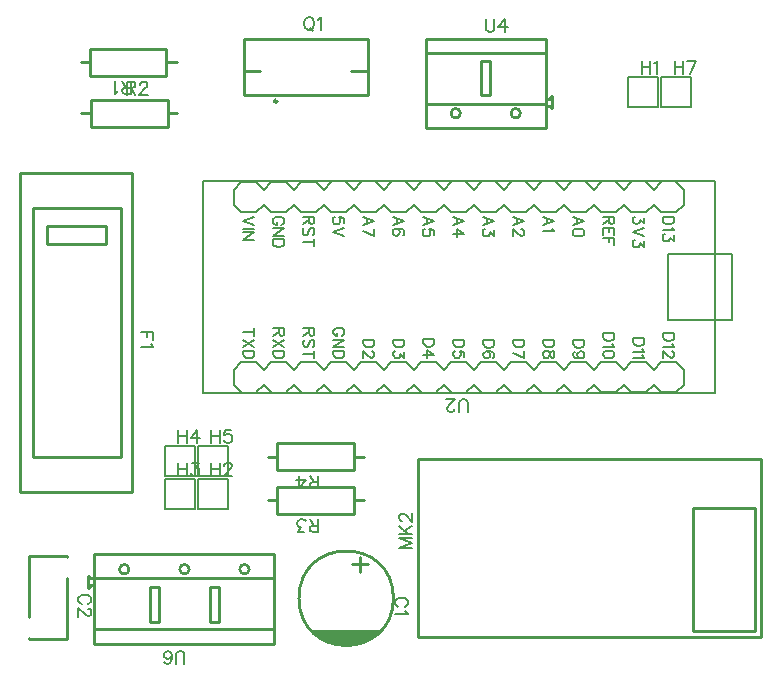
<source format=gto>
G04 Layer: TopSilkscreenLayer*
G04 EasyEDA v6.5.48, 2025-03-28 08:07:08*
G04 329a1df1ed9a4316b028ac477401dd29,d846faf264e3498a955800aa56c0118d,10*
G04 Gerber Generator version 0.2*
G04 Scale: 100 percent, Rotated: No, Reflected: No *
G04 Dimensions in millimeters *
G04 leading zeros omitted , absolute positions ,4 integer and 5 decimal *
%FSLAX45Y45*%
%MOMM*%

%ADD10C,0.1524*%
%ADD11C,0.1500*%
%ADD12C,0.2030*%
%ADD13C,0.2030*%
%ADD14C,0.2032*%
%ADD15C,0.2540*%
%ADD16C,0.1520*%
%ADD17C,0.0154*%

%LPD*%
D10*
X8699500Y3860800D02*
G01*
X8699500Y3751834D01*
X8772143Y3860800D02*
G01*
X8772143Y3751834D01*
X8699500Y3808984D02*
G01*
X8772143Y3808984D01*
X8806434Y3839971D02*
G01*
X8816847Y3845305D01*
X8832595Y3860800D01*
X8832595Y3751834D01*
X5054602Y458218D02*
G01*
X5054602Y349252D01*
X5127246Y458218D02*
G01*
X5127246Y349252D01*
X5054602Y406402D02*
G01*
X5127246Y406402D01*
X5166870Y432310D02*
G01*
X5166870Y437390D01*
X5171950Y447804D01*
X5177284Y453138D01*
X5187698Y458218D01*
X5208272Y458218D01*
X5218686Y453138D01*
X5224020Y447804D01*
X5229100Y437390D01*
X5229100Y426976D01*
X5224020Y416562D01*
X5213606Y401068D01*
X5161536Y349252D01*
X5234434Y349252D01*
X4775202Y458218D02*
G01*
X4775202Y349252D01*
X4847846Y458218D02*
G01*
X4847846Y349252D01*
X4775202Y406402D02*
G01*
X4847846Y406402D01*
X4892550Y458218D02*
G01*
X4949700Y458218D01*
X4918712Y416562D01*
X4934206Y416562D01*
X4944620Y411482D01*
X4949700Y406402D01*
X4955034Y390654D01*
X4955034Y380240D01*
X4949700Y364746D01*
X4939286Y354332D01*
X4923792Y349252D01*
X4908298Y349252D01*
X4892550Y354332D01*
X4887470Y359412D01*
X4882136Y369826D01*
X4775202Y737618D02*
G01*
X4775202Y628652D01*
X4847846Y737618D02*
G01*
X4847846Y628652D01*
X4775202Y685802D02*
G01*
X4847846Y685802D01*
X4934206Y737618D02*
G01*
X4882136Y664974D01*
X4960114Y664974D01*
X4934206Y737618D02*
G01*
X4934206Y628652D01*
X5054602Y737618D02*
G01*
X5054602Y628652D01*
X5127246Y737618D02*
G01*
X5127246Y628652D01*
X5054602Y685802D02*
G01*
X5127246Y685802D01*
X5224020Y737618D02*
G01*
X5171950Y737618D01*
X5166870Y690882D01*
X5171950Y695962D01*
X5187698Y701296D01*
X5203192Y701296D01*
X5218686Y695962D01*
X5229100Y685802D01*
X5234434Y670054D01*
X5234434Y659640D01*
X5229100Y644146D01*
X5218686Y633732D01*
X5203192Y628652D01*
X5187698Y628652D01*
X5171950Y633732D01*
X5166870Y638812D01*
X5161536Y649226D01*
X8978902Y3861818D02*
G01*
X8978902Y3752852D01*
X9051546Y3861818D02*
G01*
X9051546Y3752852D01*
X8978902Y3810002D02*
G01*
X9051546Y3810002D01*
X9158734Y3861818D02*
G01*
X9106664Y3752852D01*
X9085836Y3861818D02*
G01*
X9158734Y3861818D01*
X6644004Y-265176D02*
G01*
X6752970Y-265176D01*
X6644004Y-265176D02*
G01*
X6752970Y-223520D01*
X6644004Y-182118D02*
G01*
X6752970Y-223520D01*
X6644004Y-182118D02*
G01*
X6752970Y-182118D01*
X6644004Y-147828D02*
G01*
X6752970Y-147828D01*
X6644004Y-74929D02*
G01*
X6716649Y-147828D01*
X6690740Y-121665D02*
G01*
X6752970Y-74929D01*
X6669913Y-35560D02*
G01*
X6664833Y-35560D01*
X6654418Y-30226D01*
X6649084Y-25145D01*
X6644004Y-14731D01*
X6644004Y6095D01*
X6649084Y16510D01*
X6654418Y21589D01*
X6664833Y26923D01*
X6675247Y26923D01*
X6685661Y21589D01*
X6701154Y11176D01*
X6752970Y-40639D01*
X6752970Y32004D01*
X4373105Y3580384D02*
G01*
X4373105Y3689350D01*
X4373105Y3580384D02*
G01*
X4326369Y3580384D01*
X4310875Y3585463D01*
X4305541Y3590797D01*
X4300461Y3601212D01*
X4300461Y3611626D01*
X4305541Y3622039D01*
X4310875Y3627120D01*
X4326369Y3632200D01*
X4373105Y3632200D01*
X4336783Y3632200D02*
G01*
X4300461Y3689350D01*
X4266171Y3601212D02*
G01*
X4255757Y3595878D01*
X4240009Y3580384D01*
X4240009Y3689350D01*
X4339094Y3684015D02*
G01*
X4339094Y3575050D01*
X4339094Y3684015D02*
G01*
X4385830Y3684015D01*
X4401324Y3678936D01*
X4406658Y3673602D01*
X4411738Y3663187D01*
X4411738Y3652773D01*
X4406658Y3642360D01*
X4401324Y3637279D01*
X4385830Y3632200D01*
X4339094Y3632200D01*
X4375416Y3632200D02*
G01*
X4411738Y3575050D01*
X4451362Y3658107D02*
G01*
X4451362Y3663187D01*
X4456442Y3673602D01*
X4461776Y3678936D01*
X4472190Y3684015D01*
X4492764Y3684015D01*
X4503178Y3678936D01*
X4508512Y3673602D01*
X4513592Y3663187D01*
X4513592Y3652773D01*
X4508512Y3642360D01*
X4498098Y3626865D01*
X4446028Y3575050D01*
X4518926Y3575050D01*
X5960605Y-128015D02*
G01*
X5960605Y-19050D01*
X5960605Y-128015D02*
G01*
X5913869Y-128015D01*
X5898375Y-122936D01*
X5893041Y-117602D01*
X5887961Y-107187D01*
X5887961Y-96773D01*
X5893041Y-86360D01*
X5898375Y-81279D01*
X5913869Y-76200D01*
X5960605Y-76200D01*
X5924283Y-76200D02*
G01*
X5887961Y-19050D01*
X5843257Y-128015D02*
G01*
X5786107Y-128015D01*
X5817095Y-86360D01*
X5801601Y-86360D01*
X5791187Y-81279D01*
X5786107Y-76200D01*
X5780773Y-60452D01*
X5780773Y-50037D01*
X5786107Y-34544D01*
X5796521Y-24129D01*
X5812015Y-19050D01*
X5827509Y-19050D01*
X5843257Y-24129D01*
X5848337Y-29210D01*
X5853671Y-39623D01*
X5960605Y240284D02*
G01*
X5960605Y349250D01*
X5960605Y240284D02*
G01*
X5913869Y240284D01*
X5898375Y245363D01*
X5893041Y250697D01*
X5887961Y261112D01*
X5887961Y271526D01*
X5893041Y281939D01*
X5898375Y287020D01*
X5913869Y292100D01*
X5960605Y292100D01*
X5924283Y292100D02*
G01*
X5887961Y349250D01*
X5801601Y240284D02*
G01*
X5853671Y312928D01*
X5775693Y312928D01*
X5801601Y240284D02*
G01*
X5801601Y349250D01*
X7226300Y887984D02*
G01*
X7226300Y965962D01*
X7221220Y981455D01*
X7210806Y991870D01*
X7195058Y996950D01*
X7184643Y996950D01*
X7169150Y991870D01*
X7158736Y981455D01*
X7153656Y965962D01*
X7153656Y887984D01*
X7114031Y913892D02*
G01*
X7114031Y908812D01*
X7108952Y898397D01*
X7103618Y893063D01*
X7093204Y887984D01*
X7072629Y887984D01*
X7062215Y893063D01*
X7056881Y898397D01*
X7051802Y908812D01*
X7051802Y919226D01*
X7056881Y929639D01*
X7067295Y945134D01*
X7119365Y996950D01*
X7046468Y996950D01*
D11*
X8974137Y2542105D02*
G01*
X8878633Y2542105D01*
X8974137Y2542105D02*
G01*
X8974137Y2510355D01*
X8969565Y2496639D01*
X8960675Y2487495D01*
X8951531Y2482923D01*
X8937815Y2478351D01*
X8915209Y2478351D01*
X8901493Y2482923D01*
X8892349Y2487495D01*
X8883205Y2496639D01*
X8878633Y2510355D01*
X8878633Y2542105D01*
X8956103Y2448379D02*
G01*
X8960675Y2439489D01*
X8974137Y2425773D01*
X8878633Y2425773D01*
X8974137Y2386657D02*
G01*
X8974137Y2336619D01*
X8937815Y2363797D01*
X8937815Y2350335D01*
X8933243Y2341191D01*
X8928671Y2336619D01*
X8915209Y2332047D01*
X8906065Y2332047D01*
X8892349Y2336619D01*
X8883205Y2345763D01*
X8878633Y2359479D01*
X8878633Y2372941D01*
X8883205Y2386657D01*
X8887777Y2391229D01*
X8896921Y2395801D01*
X8720142Y2532966D02*
G01*
X8720142Y2482928D01*
X8683820Y2510360D01*
X8683820Y2496644D01*
X8679248Y2487500D01*
X8674676Y2482928D01*
X8661214Y2478356D01*
X8652070Y2478356D01*
X8638354Y2482928D01*
X8629210Y2492072D01*
X8624638Y2505788D01*
X8624638Y2519504D01*
X8629210Y2532966D01*
X8633782Y2537538D01*
X8642926Y2542110D01*
X8720142Y2448384D02*
G01*
X8624638Y2412062D01*
X8720142Y2375740D02*
G01*
X8624638Y2412062D01*
X8720142Y2336624D02*
G01*
X8720142Y2286586D01*
X8683820Y2314018D01*
X8683820Y2300302D01*
X8679248Y2291158D01*
X8674676Y2286586D01*
X8661214Y2282014D01*
X8652070Y2282014D01*
X8638354Y2286586D01*
X8629210Y2295730D01*
X8624638Y2309446D01*
X8624638Y2322908D01*
X8629210Y2336624D01*
X8633782Y2341196D01*
X8642926Y2345768D01*
X8466142Y2542110D02*
G01*
X8370638Y2542110D01*
X8466142Y2542110D02*
G01*
X8466142Y2501216D01*
X8461570Y2487500D01*
X8456998Y2482928D01*
X8448108Y2478356D01*
X8438964Y2478356D01*
X8429820Y2482928D01*
X8425248Y2487500D01*
X8420676Y2501216D01*
X8420676Y2542110D01*
X8420676Y2510360D02*
G01*
X8370638Y2478356D01*
X8466142Y2448384D02*
G01*
X8370638Y2448384D01*
X8466142Y2448384D02*
G01*
X8466142Y2389456D01*
X8420676Y2448384D02*
G01*
X8420676Y2412062D01*
X8370638Y2448384D02*
G01*
X8370638Y2389456D01*
X8466142Y2359484D02*
G01*
X8370638Y2359484D01*
X8466142Y2359484D02*
G01*
X8466142Y2300302D01*
X8420676Y2359484D02*
G01*
X8420676Y2322908D01*
X8212140Y2505786D02*
G01*
X8116636Y2542108D01*
X8212140Y2505786D02*
G01*
X8116636Y2469464D01*
X8148640Y2528392D02*
G01*
X8148640Y2482926D01*
X8212140Y2412060D02*
G01*
X8207568Y2425776D01*
X8194106Y2434920D01*
X8171246Y2439492D01*
X8157784Y2439492D01*
X8134924Y2434920D01*
X8121208Y2425776D01*
X8116636Y2412060D01*
X8116636Y2402916D01*
X8121208Y2389454D01*
X8134924Y2380310D01*
X8157784Y2375738D01*
X8171246Y2375738D01*
X8194106Y2380310D01*
X8207568Y2389454D01*
X8212140Y2402916D01*
X8212140Y2412060D01*
X7958142Y2505788D02*
G01*
X7862638Y2542110D01*
X7958142Y2505788D02*
G01*
X7862638Y2469466D01*
X7894642Y2528394D02*
G01*
X7894642Y2482928D01*
X7940108Y2439494D02*
G01*
X7944680Y2430350D01*
X7958142Y2416634D01*
X7862638Y2416634D01*
X7704140Y2505786D02*
G01*
X7608636Y2542108D01*
X7704140Y2505786D02*
G01*
X7608636Y2469464D01*
X7640640Y2528392D02*
G01*
X7640640Y2482926D01*
X7681534Y2434920D02*
G01*
X7686106Y2434920D01*
X7694996Y2430348D01*
X7699568Y2425776D01*
X7704140Y2416632D01*
X7704140Y2398598D01*
X7699568Y2389454D01*
X7694996Y2384882D01*
X7686106Y2380310D01*
X7676962Y2380310D01*
X7667818Y2384882D01*
X7654102Y2394026D01*
X7608636Y2439492D01*
X7608636Y2375738D01*
X7450140Y2505786D02*
G01*
X7354636Y2542108D01*
X7450140Y2505786D02*
G01*
X7354636Y2469464D01*
X7386640Y2528392D02*
G01*
X7386640Y2482926D01*
X7450140Y2430348D02*
G01*
X7450140Y2380310D01*
X7413818Y2407488D01*
X7413818Y2394026D01*
X7409246Y2384882D01*
X7404674Y2380310D01*
X7391212Y2375738D01*
X7382068Y2375738D01*
X7368352Y2380310D01*
X7359208Y2389454D01*
X7354636Y2402916D01*
X7354636Y2416632D01*
X7359208Y2430348D01*
X7363780Y2434920D01*
X7372924Y2439492D01*
X7196137Y2505783D02*
G01*
X7100633Y2542105D01*
X7196137Y2505783D02*
G01*
X7100633Y2469461D01*
X7132637Y2528389D02*
G01*
X7132637Y2482923D01*
X7196137Y2394023D02*
G01*
X7132637Y2439489D01*
X7132637Y2371163D01*
X7196137Y2394023D02*
G01*
X7100633Y2394023D01*
X6942140Y2505786D02*
G01*
X6846636Y2542108D01*
X6942140Y2505786D02*
G01*
X6846636Y2469464D01*
X6878640Y2528392D02*
G01*
X6878640Y2482926D01*
X6942140Y2384882D02*
G01*
X6942140Y2430348D01*
X6901246Y2434920D01*
X6905818Y2430348D01*
X6910390Y2416632D01*
X6910390Y2402916D01*
X6905818Y2389454D01*
X6896674Y2380310D01*
X6883212Y2375738D01*
X6874068Y2375738D01*
X6860352Y2380310D01*
X6851208Y2389454D01*
X6846636Y2402916D01*
X6846636Y2416632D01*
X6851208Y2430348D01*
X6855780Y2434920D01*
X6864924Y2439492D01*
X6688137Y2505783D02*
G01*
X6592633Y2542105D01*
X6688137Y2505783D02*
G01*
X6592633Y2469461D01*
X6624637Y2528389D02*
G01*
X6624637Y2482923D01*
X6674675Y2384879D02*
G01*
X6683565Y2389451D01*
X6688137Y2402913D01*
X6688137Y2412057D01*
X6683565Y2425773D01*
X6670103Y2434917D01*
X6647243Y2439489D01*
X6624637Y2439489D01*
X6606349Y2434917D01*
X6597205Y2425773D01*
X6592633Y2412057D01*
X6592633Y2407485D01*
X6597205Y2394023D01*
X6606349Y2384879D01*
X6620065Y2380307D01*
X6624637Y2380307D01*
X6638099Y2384879D01*
X6647243Y2394023D01*
X6651815Y2407485D01*
X6651815Y2412057D01*
X6647243Y2425773D01*
X6638099Y2434917D01*
X6624637Y2439489D01*
X6434140Y2505786D02*
G01*
X6338636Y2542108D01*
X6434140Y2505786D02*
G01*
X6338636Y2469464D01*
X6370640Y2528392D02*
G01*
X6370640Y2482926D01*
X6434140Y2375738D02*
G01*
X6338636Y2421204D01*
X6434140Y2439492D02*
G01*
X6434140Y2375738D01*
X6180140Y2487498D02*
G01*
X6180140Y2532964D01*
X6139246Y2537536D01*
X6143818Y2532964D01*
X6148390Y2519502D01*
X6148390Y2505786D01*
X6143818Y2492070D01*
X6134674Y2482926D01*
X6121212Y2478354D01*
X6112068Y2478354D01*
X6098352Y2482926D01*
X6089208Y2492070D01*
X6084636Y2505786D01*
X6084636Y2519502D01*
X6089208Y2532964D01*
X6093780Y2537536D01*
X6102924Y2542108D01*
X6180140Y2448382D02*
G01*
X6084636Y2412060D01*
X6180140Y2375738D02*
G01*
X6084636Y2412060D01*
X5926142Y2542110D02*
G01*
X5830638Y2542110D01*
X5926142Y2542110D02*
G01*
X5926142Y2501216D01*
X5921570Y2487500D01*
X5916998Y2482928D01*
X5908108Y2478356D01*
X5898964Y2478356D01*
X5889820Y2482928D01*
X5885248Y2487500D01*
X5880676Y2501216D01*
X5880676Y2542110D01*
X5880676Y2510360D02*
G01*
X5830638Y2478356D01*
X5912680Y2384884D02*
G01*
X5921570Y2394028D01*
X5926142Y2407490D01*
X5926142Y2425778D01*
X5921570Y2439494D01*
X5912680Y2448384D01*
X5903536Y2448384D01*
X5894392Y2443812D01*
X5889820Y2439494D01*
X5885248Y2430350D01*
X5876104Y2402918D01*
X5871786Y2394028D01*
X5867214Y2389456D01*
X5858070Y2384884D01*
X5844354Y2384884D01*
X5835210Y2394028D01*
X5830638Y2407490D01*
X5830638Y2425778D01*
X5835210Y2439494D01*
X5844354Y2448384D01*
X5926142Y2322908D02*
G01*
X5830638Y2322908D01*
X5926142Y2354912D02*
G01*
X5926142Y2291158D01*
X5649534Y2474036D02*
G01*
X5658678Y2478354D01*
X5667568Y2487498D01*
X5672140Y2496642D01*
X5672140Y2514930D01*
X5667568Y2523820D01*
X5658678Y2532964D01*
X5649534Y2537536D01*
X5635818Y2542108D01*
X5613212Y2542108D01*
X5599496Y2537536D01*
X5590352Y2532964D01*
X5581208Y2523820D01*
X5576636Y2514930D01*
X5576636Y2496642D01*
X5581208Y2487498D01*
X5590352Y2478354D01*
X5599496Y2474036D01*
X5613212Y2474036D01*
X5613212Y2496642D02*
G01*
X5613212Y2474036D01*
X5672140Y2443810D02*
G01*
X5576636Y2443810D01*
X5672140Y2443810D02*
G01*
X5576636Y2380310D01*
X5672140Y2380310D02*
G01*
X5576636Y2380310D01*
X5672140Y2350338D02*
G01*
X5576636Y2350338D01*
X5672140Y2350338D02*
G01*
X5672140Y2318588D01*
X5667568Y2304872D01*
X5658678Y2295728D01*
X5649534Y2291156D01*
X5635818Y2286584D01*
X5613212Y2286584D01*
X5599496Y2291156D01*
X5590352Y2295728D01*
X5581208Y2304872D01*
X5576636Y2318588D01*
X5576636Y2350338D01*
X5418137Y2542105D02*
G01*
X5322633Y2505783D01*
X5418137Y2469461D02*
G01*
X5322633Y2505783D01*
X5418137Y2439489D02*
G01*
X5322633Y2439489D01*
X5418137Y2409263D02*
G01*
X5322633Y2409263D01*
X5418137Y2409263D02*
G01*
X5322633Y2345763D01*
X5418137Y2345763D02*
G01*
X5322633Y2345763D01*
X8976141Y1553207D02*
G01*
X8880637Y1553207D01*
X8976141Y1553207D02*
G01*
X8976141Y1521457D01*
X8971569Y1507741D01*
X8962679Y1498597D01*
X8953535Y1494025D01*
X8939819Y1489453D01*
X8917213Y1489453D01*
X8903497Y1494025D01*
X8894353Y1498597D01*
X8885209Y1507741D01*
X8880637Y1521457D01*
X8880637Y1553207D01*
X8958107Y1459481D02*
G01*
X8962679Y1450591D01*
X8976141Y1436875D01*
X8880637Y1436875D01*
X8953535Y1402331D02*
G01*
X8958107Y1402331D01*
X8966997Y1397759D01*
X8971569Y1393187D01*
X8976141Y1384043D01*
X8976141Y1366009D01*
X8971569Y1356865D01*
X8966997Y1352293D01*
X8958107Y1347721D01*
X8948963Y1347721D01*
X8939819Y1352293D01*
X8926103Y1361437D01*
X8880637Y1406903D01*
X8880637Y1343149D01*
X8722144Y1512313D02*
G01*
X8626640Y1512313D01*
X8722144Y1512313D02*
G01*
X8722144Y1480563D01*
X8717572Y1466847D01*
X8708682Y1457703D01*
X8699538Y1453131D01*
X8685822Y1448559D01*
X8663216Y1448559D01*
X8649500Y1453131D01*
X8640356Y1457703D01*
X8631212Y1466847D01*
X8626640Y1480563D01*
X8626640Y1512313D01*
X8704110Y1418587D02*
G01*
X8708682Y1409697D01*
X8722144Y1395981D01*
X8626640Y1395981D01*
X8704110Y1366009D02*
G01*
X8708682Y1356865D01*
X8722144Y1343149D01*
X8626640Y1343149D01*
X8468141Y1553207D02*
G01*
X8372637Y1553207D01*
X8468141Y1553207D02*
G01*
X8468141Y1521457D01*
X8463569Y1507741D01*
X8454679Y1498597D01*
X8445535Y1494025D01*
X8431819Y1489453D01*
X8409213Y1489453D01*
X8395497Y1494025D01*
X8386353Y1498597D01*
X8377209Y1507741D01*
X8372637Y1521457D01*
X8372637Y1553207D01*
X8450107Y1459481D02*
G01*
X8454679Y1450591D01*
X8468141Y1436875D01*
X8372637Y1436875D01*
X8468141Y1379471D02*
G01*
X8463569Y1393187D01*
X8450107Y1402331D01*
X8427247Y1406903D01*
X8413785Y1406903D01*
X8390925Y1402331D01*
X8377209Y1393187D01*
X8372637Y1379471D01*
X8372637Y1370581D01*
X8377209Y1356865D01*
X8390925Y1347721D01*
X8413785Y1343149D01*
X8427247Y1343149D01*
X8450107Y1347721D01*
X8463569Y1356865D01*
X8468141Y1370581D01*
X8468141Y1379471D01*
X8214141Y1495803D02*
G01*
X8118637Y1495803D01*
X8214141Y1495803D02*
G01*
X8214141Y1464053D01*
X8209569Y1450337D01*
X8200679Y1441193D01*
X8191535Y1436621D01*
X8177819Y1432049D01*
X8155213Y1432049D01*
X8141497Y1436621D01*
X8132353Y1441193D01*
X8123209Y1450337D01*
X8118637Y1464053D01*
X8118637Y1495803D01*
X8182391Y1343149D02*
G01*
X8168675Y1347721D01*
X8159785Y1356611D01*
X8155213Y1370327D01*
X8155213Y1374899D01*
X8159785Y1388615D01*
X8168675Y1397505D01*
X8182391Y1402077D01*
X8186963Y1402077D01*
X8200679Y1397505D01*
X8209569Y1388615D01*
X8214141Y1374899D01*
X8214141Y1370327D01*
X8209569Y1356611D01*
X8200679Y1347721D01*
X8182391Y1343149D01*
X8159785Y1343149D01*
X8136925Y1347721D01*
X8123209Y1356611D01*
X8118637Y1370327D01*
X8118637Y1379471D01*
X8123209Y1393187D01*
X8132353Y1397505D01*
X7960144Y1500375D02*
G01*
X7864640Y1500375D01*
X7960144Y1500375D02*
G01*
X7960144Y1468625D01*
X7955572Y1454909D01*
X7946682Y1445765D01*
X7937538Y1441193D01*
X7923822Y1436621D01*
X7901216Y1436621D01*
X7887500Y1441193D01*
X7878356Y1445765D01*
X7869212Y1454909D01*
X7864640Y1468625D01*
X7864640Y1500375D01*
X7960144Y1384043D02*
G01*
X7955572Y1397759D01*
X7946682Y1402077D01*
X7937538Y1402077D01*
X7928394Y1397759D01*
X7923822Y1388615D01*
X7919250Y1370327D01*
X7914678Y1356865D01*
X7905788Y1347721D01*
X7896644Y1343149D01*
X7882928Y1343149D01*
X7873784Y1347721D01*
X7869212Y1352293D01*
X7864640Y1365755D01*
X7864640Y1384043D01*
X7869212Y1397759D01*
X7873784Y1402077D01*
X7882928Y1406649D01*
X7896644Y1406649D01*
X7905788Y1402077D01*
X7914678Y1393187D01*
X7919250Y1379471D01*
X7923822Y1361183D01*
X7928394Y1352293D01*
X7937538Y1347721D01*
X7946682Y1347721D01*
X7955572Y1352293D01*
X7960144Y1365755D01*
X7960144Y1384043D01*
X7706141Y1500375D02*
G01*
X7610637Y1500375D01*
X7706141Y1500375D02*
G01*
X7706141Y1468625D01*
X7701569Y1454909D01*
X7692679Y1445765D01*
X7683535Y1441193D01*
X7669819Y1436621D01*
X7647213Y1436621D01*
X7633497Y1441193D01*
X7624353Y1445765D01*
X7615209Y1454909D01*
X7610637Y1468625D01*
X7610637Y1500375D01*
X7706141Y1343149D02*
G01*
X7610637Y1388615D01*
X7706141Y1406649D02*
G01*
X7706141Y1343149D01*
X7452141Y1495803D02*
G01*
X7356637Y1495803D01*
X7452141Y1495803D02*
G01*
X7452141Y1464053D01*
X7447569Y1450337D01*
X7438679Y1441193D01*
X7429535Y1436621D01*
X7415819Y1432049D01*
X7393213Y1432049D01*
X7379497Y1436621D01*
X7370353Y1441193D01*
X7361209Y1450337D01*
X7356637Y1464053D01*
X7356637Y1495803D01*
X7438679Y1347721D02*
G01*
X7447569Y1352293D01*
X7452141Y1365755D01*
X7452141Y1374899D01*
X7447569Y1388615D01*
X7434107Y1397505D01*
X7411247Y1402077D01*
X7388641Y1402077D01*
X7370353Y1397505D01*
X7361209Y1388615D01*
X7356637Y1374899D01*
X7356637Y1370327D01*
X7361209Y1356611D01*
X7370353Y1347721D01*
X7384069Y1343149D01*
X7388641Y1343149D01*
X7402103Y1347721D01*
X7411247Y1356611D01*
X7415819Y1370327D01*
X7415819Y1374899D01*
X7411247Y1388615D01*
X7402103Y1397505D01*
X7388641Y1402077D01*
X7198144Y1500375D02*
G01*
X7102640Y1500375D01*
X7198144Y1500375D02*
G01*
X7198144Y1468625D01*
X7193572Y1454909D01*
X7184682Y1445765D01*
X7175538Y1441193D01*
X7161822Y1436621D01*
X7139216Y1436621D01*
X7125500Y1441193D01*
X7116356Y1445765D01*
X7107212Y1454909D01*
X7102640Y1468625D01*
X7102640Y1500375D01*
X7198144Y1352293D02*
G01*
X7198144Y1397759D01*
X7157250Y1402077D01*
X7161822Y1397759D01*
X7166394Y1384043D01*
X7166394Y1370327D01*
X7161822Y1356865D01*
X7152678Y1347721D01*
X7139216Y1343149D01*
X7130072Y1343149D01*
X7116356Y1347721D01*
X7107212Y1356865D01*
X7102640Y1370327D01*
X7102640Y1384043D01*
X7107212Y1397759D01*
X7111784Y1402077D01*
X7120928Y1406649D01*
X6944141Y1504947D02*
G01*
X6848637Y1504947D01*
X6944141Y1504947D02*
G01*
X6944141Y1473197D01*
X6939569Y1459481D01*
X6930679Y1450337D01*
X6921535Y1445765D01*
X6907819Y1441193D01*
X6885213Y1441193D01*
X6871497Y1445765D01*
X6862353Y1450337D01*
X6853209Y1459481D01*
X6848637Y1473197D01*
X6848637Y1504947D01*
X6944141Y1365755D02*
G01*
X6880641Y1411221D01*
X6880641Y1343149D01*
X6944141Y1365755D02*
G01*
X6848637Y1365755D01*
X6690141Y1500375D02*
G01*
X6594637Y1500375D01*
X6690141Y1500375D02*
G01*
X6690141Y1468625D01*
X6685569Y1454909D01*
X6676679Y1445765D01*
X6667535Y1441193D01*
X6653819Y1436621D01*
X6631213Y1436621D01*
X6617497Y1441193D01*
X6608353Y1445765D01*
X6599209Y1454909D01*
X6594637Y1468625D01*
X6594637Y1500375D01*
X6690141Y1397759D02*
G01*
X6690141Y1347721D01*
X6653819Y1374899D01*
X6653819Y1361183D01*
X6649247Y1352293D01*
X6644675Y1347721D01*
X6631213Y1343149D01*
X6622069Y1343149D01*
X6608353Y1347721D01*
X6599209Y1356865D01*
X6594637Y1370327D01*
X6594637Y1384043D01*
X6599209Y1397759D01*
X6603781Y1402077D01*
X6612925Y1406649D01*
X6436144Y1500375D02*
G01*
X6340640Y1500375D01*
X6436144Y1500375D02*
G01*
X6436144Y1468625D01*
X6431572Y1454909D01*
X6422682Y1445765D01*
X6413538Y1441193D01*
X6399822Y1436621D01*
X6377216Y1436621D01*
X6363500Y1441193D01*
X6354356Y1445765D01*
X6345212Y1454909D01*
X6340640Y1468625D01*
X6340640Y1500375D01*
X6413538Y1402077D02*
G01*
X6418110Y1402077D01*
X6427000Y1397759D01*
X6431572Y1393187D01*
X6436144Y1384043D01*
X6436144Y1365755D01*
X6431572Y1356865D01*
X6427000Y1352293D01*
X6418110Y1347721D01*
X6408966Y1347721D01*
X6399822Y1352293D01*
X6386106Y1361183D01*
X6340640Y1406649D01*
X6340640Y1343149D01*
X6159535Y1530601D02*
G01*
X6168679Y1534919D01*
X6177569Y1544063D01*
X6182141Y1553207D01*
X6182141Y1571495D01*
X6177569Y1580385D01*
X6168679Y1589529D01*
X6159535Y1594101D01*
X6145819Y1598673D01*
X6123213Y1598673D01*
X6109497Y1594101D01*
X6100353Y1589529D01*
X6091209Y1580385D01*
X6086637Y1571495D01*
X6086637Y1553207D01*
X6091209Y1544063D01*
X6100353Y1534919D01*
X6109497Y1530601D01*
X6123213Y1530601D01*
X6123213Y1553207D02*
G01*
X6123213Y1530601D01*
X6182141Y1500375D02*
G01*
X6086637Y1500375D01*
X6182141Y1500375D02*
G01*
X6086637Y1436875D01*
X6182141Y1436875D02*
G01*
X6086637Y1436875D01*
X6182141Y1406903D02*
G01*
X6086637Y1406903D01*
X6182141Y1406903D02*
G01*
X6182141Y1375153D01*
X6177569Y1361437D01*
X6168679Y1352293D01*
X6159535Y1347721D01*
X6145819Y1343149D01*
X6123213Y1343149D01*
X6109497Y1347721D01*
X6100353Y1352293D01*
X6091209Y1361437D01*
X6086637Y1375153D01*
X6086637Y1406903D01*
X5928141Y1594101D02*
G01*
X5832637Y1594101D01*
X5928141Y1594101D02*
G01*
X5928141Y1553207D01*
X5923569Y1539491D01*
X5918997Y1534919D01*
X5910107Y1530347D01*
X5900963Y1530347D01*
X5891819Y1534919D01*
X5887247Y1539491D01*
X5882675Y1553207D01*
X5882675Y1594101D01*
X5882675Y1562351D02*
G01*
X5832637Y1530347D01*
X5914679Y1436875D02*
G01*
X5923569Y1446019D01*
X5928141Y1459481D01*
X5928141Y1477769D01*
X5923569Y1491485D01*
X5914679Y1500375D01*
X5905535Y1500375D01*
X5896391Y1495803D01*
X5891819Y1491485D01*
X5887247Y1482341D01*
X5878103Y1454909D01*
X5873785Y1446019D01*
X5869213Y1441447D01*
X5860069Y1436875D01*
X5846353Y1436875D01*
X5837209Y1446019D01*
X5832637Y1459481D01*
X5832637Y1477769D01*
X5837209Y1491485D01*
X5846353Y1500375D01*
X5928141Y1374899D02*
G01*
X5832637Y1374899D01*
X5928141Y1406903D02*
G01*
X5928141Y1343149D01*
X5674144Y1594101D02*
G01*
X5578640Y1594101D01*
X5674144Y1594101D02*
G01*
X5674144Y1553207D01*
X5669572Y1539491D01*
X5665000Y1534919D01*
X5656110Y1530347D01*
X5646966Y1530347D01*
X5637822Y1534919D01*
X5633250Y1539491D01*
X5628678Y1553207D01*
X5628678Y1594101D01*
X5628678Y1562351D02*
G01*
X5578640Y1530347D01*
X5674144Y1500375D02*
G01*
X5578640Y1436875D01*
X5674144Y1436875D02*
G01*
X5578640Y1500375D01*
X5674144Y1406903D02*
G01*
X5578640Y1406903D01*
X5674144Y1406903D02*
G01*
X5674144Y1374899D01*
X5669572Y1361437D01*
X5660682Y1352293D01*
X5651538Y1347721D01*
X5637822Y1343149D01*
X5615216Y1343149D01*
X5601500Y1347721D01*
X5592356Y1352293D01*
X5583212Y1361437D01*
X5578640Y1374899D01*
X5578640Y1406903D01*
X5420141Y1562351D02*
G01*
X5324637Y1562351D01*
X5420141Y1594101D02*
G01*
X5420141Y1530347D01*
X5420141Y1500375D02*
G01*
X5324637Y1436875D01*
X5420141Y1436875D02*
G01*
X5324637Y1500375D01*
X5420141Y1406903D02*
G01*
X5324637Y1406903D01*
X5420141Y1406903D02*
G01*
X5420141Y1374899D01*
X5415569Y1361437D01*
X5406679Y1352293D01*
X5397535Y1347721D01*
X5383819Y1343149D01*
X5361213Y1343149D01*
X5347497Y1347721D01*
X5338353Y1352293D01*
X5329209Y1361437D01*
X5324637Y1374899D01*
X5324637Y1406903D01*
D10*
X7379398Y4217415D02*
G01*
X7379398Y4139437D01*
X7384478Y4123944D01*
X7394892Y4113529D01*
X7410640Y4108450D01*
X7421054Y4108450D01*
X7436548Y4113529D01*
X7446962Y4123944D01*
X7452042Y4139437D01*
X7452042Y4217415D01*
X7538402Y4217415D02*
G01*
X7486332Y4144771D01*
X7564310Y4144771D01*
X7538402Y4217415D02*
G01*
X7538402Y4108450D01*
X4827308Y-1245615D02*
G01*
X4827308Y-1167637D01*
X4822228Y-1152144D01*
X4811814Y-1141729D01*
X4796066Y-1136650D01*
X4785652Y-1136650D01*
X4770158Y-1141729D01*
X4759744Y-1152144D01*
X4754664Y-1167637D01*
X4754664Y-1245615D01*
X4657890Y-1230121D02*
G01*
X4663224Y-1240536D01*
X4678718Y-1245615D01*
X4689132Y-1245615D01*
X4704626Y-1240536D01*
X4715040Y-1224787D01*
X4720374Y-1198879D01*
X4720374Y-1172971D01*
X4715040Y-1152144D01*
X4704626Y-1141729D01*
X4689132Y-1136650D01*
X4683798Y-1136650D01*
X4668304Y-1141729D01*
X4657890Y-1152144D01*
X4652810Y-1167637D01*
X4652810Y-1172971D01*
X4657890Y-1188465D01*
X4668304Y-1198879D01*
X4683798Y-1203960D01*
X4689132Y-1203960D01*
X4704626Y-1198879D01*
X4715040Y-1188465D01*
X4720374Y-1172971D01*
X5873241Y4230115D02*
G01*
X5862827Y4225036D01*
X5852413Y4214621D01*
X5847079Y4204207D01*
X5842000Y4188460D01*
X5842000Y4162552D01*
X5847079Y4147057D01*
X5852413Y4136644D01*
X5862827Y4126229D01*
X5873241Y4121150D01*
X5894070Y4121150D01*
X5904229Y4126229D01*
X5914643Y4136644D01*
X5919977Y4147057D01*
X5925058Y4162552D01*
X5925058Y4188460D01*
X5919977Y4204207D01*
X5914643Y4214621D01*
X5904229Y4225036D01*
X5894070Y4230115D01*
X5873241Y4230115D01*
X5888736Y4141723D02*
G01*
X5919977Y4110736D01*
X5959347Y4209287D02*
G01*
X5969761Y4214621D01*
X5985509Y4230115D01*
X5985509Y4121150D01*
X4565395Y1566392D02*
G01*
X4456429Y1566392D01*
X4565395Y1566392D02*
G01*
X4565395Y1498828D01*
X4513579Y1566392D02*
G01*
X4513579Y1524736D01*
X4544568Y1464538D02*
G01*
X4549902Y1454124D01*
X4565395Y1438630D01*
X4456429Y1438630D01*
X4013720Y-738378D02*
G01*
X4024134Y-733044D01*
X4034548Y-722629D01*
X4039628Y-712470D01*
X4039628Y-691642D01*
X4034548Y-681228D01*
X4024134Y-670813D01*
X4013720Y-665479D01*
X3997972Y-660400D01*
X3972064Y-660400D01*
X3956570Y-665479D01*
X3946156Y-670813D01*
X3935742Y-681228D01*
X3930662Y-691642D01*
X3930662Y-712470D01*
X3935742Y-722629D01*
X3946156Y-733044D01*
X3956570Y-738378D01*
X4013720Y-777747D02*
G01*
X4018800Y-777747D01*
X4029214Y-783081D01*
X4034548Y-788162D01*
X4039628Y-798576D01*
X4039628Y-819404D01*
X4034548Y-829818D01*
X4029214Y-834897D01*
X4018800Y-840231D01*
X4008386Y-840231D01*
X3997972Y-834897D01*
X3982478Y-824484D01*
X3930662Y-772668D01*
X3930662Y-845312D01*
X6693408Y-763778D02*
G01*
X6703822Y-758444D01*
X6714236Y-748029D01*
X6719315Y-737870D01*
X6719315Y-717042D01*
X6714236Y-706628D01*
X6703822Y-696213D01*
X6693408Y-690879D01*
X6677659Y-685800D01*
X6651752Y-685800D01*
X6636258Y-690879D01*
X6625843Y-696213D01*
X6615429Y-706628D01*
X6610350Y-717042D01*
X6610350Y-737870D01*
X6615429Y-748029D01*
X6625843Y-758444D01*
X6636258Y-763778D01*
X6698488Y-798068D02*
G01*
X6703822Y-808481D01*
X6719315Y-823976D01*
X6610350Y-823976D01*
G36*
X5897626Y-960780D02*
G01*
X5911596Y-973531D01*
X5926074Y-985672D01*
X5941110Y-997153D01*
X5956655Y-1007973D01*
X5972606Y-1018082D01*
X5989015Y-1027531D01*
X6005830Y-1036218D01*
X6022949Y-1044194D01*
X6040424Y-1051407D01*
X6058204Y-1057859D01*
X6076289Y-1063548D01*
X6094526Y-1068425D01*
X6113018Y-1072489D01*
X6131661Y-1075791D01*
X6150406Y-1078230D01*
X6169253Y-1079855D01*
X6188151Y-1080719D01*
X6207048Y-1080719D01*
X6225946Y-1079855D01*
X6244793Y-1078230D01*
X6263538Y-1075791D01*
X6282182Y-1072489D01*
X6300673Y-1068425D01*
X6318910Y-1063548D01*
X6336995Y-1057859D01*
X6354775Y-1051407D01*
X6372250Y-1044194D01*
X6389370Y-1036218D01*
X6406184Y-1027531D01*
X6422593Y-1018082D01*
X6438544Y-1007973D01*
X6454089Y-997153D01*
X6469126Y-985672D01*
X6483604Y-973531D01*
X6497574Y-960780D01*
G37*
D12*
X8839197Y3466081D02*
G01*
X8585197Y3466081D01*
D13*
X8839197Y3466081D02*
G01*
X8839200Y3529584D01*
D14*
X8839200Y3529584D02*
G01*
X8839200Y3720084D01*
X8585200Y3720084D01*
X8585197Y3466081D01*
D12*
X5194300Y63500D02*
G01*
X4940300Y63500D01*
D13*
X5194300Y63500D02*
G01*
X5194302Y127002D01*
D14*
X5194302Y127002D02*
G01*
X5194302Y317502D01*
X4940302Y317502D01*
X4940300Y63500D01*
D12*
X4914900Y63500D02*
G01*
X4660900Y63500D01*
D13*
X4914900Y63500D02*
G01*
X4914902Y127002D01*
D14*
X4914902Y127002D02*
G01*
X4914902Y317502D01*
X4660902Y317502D01*
X4660900Y63500D01*
D12*
X4914900Y342900D02*
G01*
X4660900Y342900D01*
D13*
X4914900Y342900D02*
G01*
X4914902Y406402D01*
D14*
X4914902Y406402D02*
G01*
X4914902Y596902D01*
X4660902Y596902D01*
X4660900Y342900D01*
D12*
X5194300Y342900D02*
G01*
X4940300Y342900D01*
D13*
X5194300Y342900D02*
G01*
X5194302Y406402D01*
D14*
X5194302Y406402D02*
G01*
X5194302Y596902D01*
X4940302Y596902D01*
X4940300Y342900D01*
D12*
X9118600Y3467100D02*
G01*
X8864600Y3467100D01*
D13*
X9118600Y3467100D02*
G01*
X9118602Y3530602D01*
D14*
X9118602Y3530602D02*
G01*
X9118602Y3721102D01*
X8864602Y3721102D01*
X8864600Y3467100D01*
D15*
X6807936Y-1015161D02*
G01*
X9707930Y-1015161D01*
X6807936Y-1015161D02*
G01*
X6807936Y484835D01*
X9707930Y484835D02*
G01*
X6807936Y484835D01*
X9707930Y485825D02*
G01*
X9707930Y-1014171D01*
X9137954Y-965098D02*
G01*
X9137954Y74904D01*
X9657943Y74904D01*
X9657943Y-965098D01*
X9137954Y-965098D01*
X4686305Y3848100D02*
G01*
X4762505Y3848100D01*
X4025905Y3848100D02*
G01*
X3949705Y3848100D01*
X4673612Y3733800D02*
G01*
X4025912Y3733800D01*
X4025912Y3962400D01*
X4673612Y3962400D01*
X4673612Y3733800D01*
X4025894Y3416300D02*
G01*
X3949694Y3416300D01*
X4686294Y3416300D02*
G01*
X4762494Y3416300D01*
X4038587Y3530600D02*
G01*
X4686287Y3530600D01*
X4686287Y3302000D01*
X4038587Y3302000D01*
X4038587Y3530600D01*
X6273805Y139700D02*
G01*
X6350005Y139700D01*
X5613405Y139700D02*
G01*
X5537205Y139700D01*
X6261112Y25400D02*
G01*
X5613412Y25400D01*
X5613412Y254000D01*
X6261112Y254000D01*
X6261112Y25400D01*
X6273805Y508000D02*
G01*
X6350005Y508000D01*
X5613405Y508000D02*
G01*
X5537205Y508000D01*
X6261112Y393700D02*
G01*
X5613412Y393700D01*
X5613412Y622300D01*
X6261112Y622300D01*
X6261112Y393700D01*
D16*
X6832640Y2832039D02*
G01*
X6769140Y2768539D01*
X6705640Y2832039D01*
X8991625Y2578051D02*
G01*
X9055125Y2641551D01*
X9055125Y2768551D01*
X8991625Y2832051D01*
X8737625Y2578051D02*
G01*
X8801125Y2641551D01*
X8864625Y2578051D01*
X8483625Y2578051D02*
G01*
X8547125Y2641551D01*
X8610625Y2578051D01*
X8229671Y2578051D02*
G01*
X8293148Y2641551D01*
X8356648Y2578051D01*
X7975676Y2578051D02*
G01*
X8039176Y2641551D01*
X8102676Y2578051D01*
X7721676Y2578051D02*
G01*
X7785176Y2641551D01*
X7848676Y2578051D01*
X7467676Y2578051D02*
G01*
X7531176Y2641551D01*
X7594676Y2578051D01*
X7213676Y2578051D02*
G01*
X7277176Y2641551D01*
X7340676Y2578051D01*
X6959676Y2578051D02*
G01*
X7023176Y2641551D01*
X7086676Y2578051D01*
X6705676Y2578051D02*
G01*
X6769176Y2641551D01*
X6832676Y2578051D01*
X6451676Y2578051D02*
G01*
X6515176Y2641551D01*
X6578676Y2578051D01*
X6197676Y2578051D02*
G01*
X6261176Y2641551D01*
X6324676Y2578051D01*
X5943648Y2578051D02*
G01*
X6007171Y2641551D01*
X6070676Y2578051D01*
X5689640Y2578051D02*
G01*
X5753140Y2641551D01*
X5816640Y2578051D01*
X5435640Y2578051D02*
G01*
X5499140Y2641551D01*
X5562640Y2578051D01*
X5308640Y2832051D02*
G01*
X5245140Y2768551D01*
X5245140Y2641551D01*
X5308640Y2578051D01*
X5562640Y2832051D02*
G01*
X5499140Y2768551D01*
X5435640Y2832051D01*
X5816640Y2832051D02*
G01*
X5753140Y2768551D01*
X5689640Y2832051D01*
X6070676Y2832051D02*
G01*
X6007171Y2768551D01*
X5943648Y2832051D01*
X8356648Y2832051D02*
G01*
X8293148Y2768551D01*
X8229671Y2832051D01*
X8864625Y2832051D02*
G01*
X8801125Y2768551D01*
X8737625Y2832051D01*
X8610625Y2832051D02*
G01*
X8547125Y2768551D01*
X8483625Y2832051D01*
X8102676Y2832051D02*
G01*
X8039176Y2768551D01*
X7975676Y2832051D01*
X7848676Y2832051D02*
G01*
X7785176Y2768551D01*
X7721676Y2832051D01*
X7594676Y2832051D02*
G01*
X7531176Y2768551D01*
X7467676Y2832051D01*
X7340676Y2832051D02*
G01*
X7277176Y2768551D01*
X7213676Y2832051D01*
X7086676Y2832051D02*
G01*
X7023176Y2768551D01*
X6959676Y2832051D01*
X6578676Y2832051D02*
G01*
X6515176Y2768551D01*
X6451676Y2832051D01*
X6324676Y2832051D02*
G01*
X6261176Y2768551D01*
X6197676Y2832051D01*
X6070676Y2832051D02*
G01*
X6007171Y2768551D01*
X5943648Y2832051D01*
X5816640Y2832051D01*
X5753140Y2768551D01*
X5689640Y2832051D01*
X5562640Y2832051D01*
X5499140Y2768551D01*
X5435640Y2832051D01*
X5308640Y2832051D01*
X5245140Y2768551D01*
X5245140Y2641551D01*
X5308640Y2578051D01*
X5435640Y2578051D01*
X5499140Y2641551D01*
X5562640Y2578051D01*
X5689640Y2578051D01*
X5753140Y2641551D01*
X5816640Y2578051D01*
X5943648Y2578051D01*
X6007171Y2641551D01*
X6070676Y2578051D01*
X6197676Y2578051D01*
X6261176Y2641551D01*
X6324676Y2578051D01*
X6451676Y2578051D01*
X6515176Y2641551D01*
X6578676Y2578051D01*
X6705676Y2578051D01*
X6769176Y2641551D01*
X6832676Y2578051D01*
X6959676Y2578051D01*
X7023176Y2641551D01*
X7086676Y2578051D01*
X7213676Y2578051D01*
X7277176Y2641551D01*
X7340676Y2578051D01*
X7467676Y2578051D01*
X7531176Y2641551D01*
X7594676Y2578051D01*
X7721676Y2578051D01*
X7785176Y2641551D01*
X7848676Y2578051D01*
X7975676Y2578051D01*
X8039176Y2641551D01*
X8102676Y2578051D01*
X8229671Y2578051D01*
X8293148Y2641551D01*
X8356648Y2578051D01*
X8483625Y2578051D01*
X8547125Y2641551D01*
X8610625Y2578051D01*
X8737625Y2578051D01*
X8801125Y2641551D01*
X8864625Y2578051D01*
X8991625Y2578051D01*
X9055125Y2641551D01*
X9055125Y2768551D01*
X8991625Y2832051D01*
X7467574Y1054143D02*
G01*
X7531074Y1117643D01*
X7594574Y1054143D01*
X8229533Y1054133D02*
G01*
X8293036Y1117633D01*
X8356561Y1054133D01*
X8483574Y1054133D01*
X8547074Y1117633D01*
X8610574Y1054133D01*
X8737574Y1054133D01*
X8801074Y1117633D01*
X8864574Y1054133D01*
X8991574Y1054133D01*
X9055074Y1117633D01*
X9055074Y1244633D01*
X8991574Y1308133D01*
X8864574Y1308133D01*
X8801074Y1244633D01*
X8737574Y1308133D01*
X8610574Y1308133D01*
X8547074Y1244633D01*
X8483574Y1308133D01*
X8356561Y1308133D01*
X8293036Y1244633D01*
X8229533Y1308133D01*
X8102533Y1308133D01*
X8039033Y1244633D01*
X7975533Y1308133D01*
X7848533Y1308133D01*
X7785033Y1244633D01*
X7721533Y1308133D01*
X7594533Y1308133D01*
X7531033Y1244633D01*
X7467533Y1308133D01*
X7340533Y1308133D01*
X7277033Y1244633D01*
X7213533Y1308133D01*
X7086533Y1308133D01*
X7023033Y1244633D01*
X6959533Y1308133D01*
X6832533Y1308133D01*
X6769033Y1244633D01*
X6705533Y1308133D01*
X6578533Y1308133D01*
X6515033Y1244633D01*
X6451533Y1308133D01*
X6324533Y1308133D01*
X6261033Y1244633D01*
X6197533Y1308133D01*
X6070539Y1308133D01*
X6007061Y1244633D01*
X5943561Y1308133D01*
X5816584Y1308133D01*
X5753084Y1244633D01*
X5689584Y1308133D01*
X5562584Y1308133D01*
X5499084Y1244633D01*
X5435584Y1308133D01*
X5308584Y1308133D01*
X5245084Y1244633D01*
X5245084Y1117633D01*
X5308584Y1054133D01*
X5943561Y1054133D02*
G01*
X6007061Y1117633D01*
X6070539Y1054133D01*
X5435584Y1054133D02*
G01*
X5499084Y1117633D01*
X5562584Y1054133D01*
X5689584Y1054133D02*
G01*
X5753084Y1117633D01*
X5816584Y1054133D01*
X6197533Y1054133D02*
G01*
X6261033Y1117633D01*
X6324533Y1054133D01*
X6451533Y1054133D02*
G01*
X6515033Y1117633D01*
X6578533Y1054133D01*
X6705533Y1054133D02*
G01*
X6769033Y1117633D01*
X6832533Y1054133D01*
X6959533Y1054133D02*
G01*
X7023033Y1117633D01*
X7086533Y1054133D01*
X7213533Y1054133D02*
G01*
X7277033Y1117633D01*
X7340533Y1054133D01*
X7721533Y1054133D02*
G01*
X7785033Y1117633D01*
X7848533Y1054133D01*
X7975533Y1054133D02*
G01*
X8039033Y1117633D01*
X8102533Y1054133D01*
X8920479Y1663700D02*
G01*
X8920479Y1689089D01*
X9309100Y1663700D02*
G01*
X9461500Y1663700D01*
X9461500Y2222500D01*
X8920479Y2222500D01*
X8920479Y2201595D01*
X9309100Y1663700D02*
G01*
X8920479Y1663700D01*
X8920479Y1689089D02*
G01*
X8920479Y2197100D01*
D10*
X9316720Y1046482D02*
G01*
X4983487Y1046482D01*
X4983487Y2839720D01*
X9316720Y2839720D01*
X9316720Y1046482D01*
D15*
X6870697Y4048396D02*
G01*
X7886697Y4048399D01*
X7886697Y4048399D02*
G01*
X7886697Y3288400D01*
X6870684Y3288400D02*
G01*
X6870684Y4048399D01*
X6870697Y3288400D02*
G01*
X7886697Y3288400D01*
X6870697Y3492500D02*
G01*
X7886700Y3492500D01*
X6870700Y3924300D02*
G01*
X7886702Y3924300D01*
X7886700Y3479800D02*
G01*
X7914741Y3479800D01*
X7937500Y3457041D01*
X7937500Y3558641D01*
X7912100Y3533241D01*
X7899400Y3533241D01*
X7340612Y3860800D02*
G01*
X7416812Y3860800D01*
X7416812Y3568700D01*
X7340612Y3568700D01*
X7340612Y3860800D01*
X5590009Y-1076596D02*
G01*
X4062006Y-1076596D01*
X4062008Y-1076596D02*
G01*
X4062006Y-316600D01*
X5590021Y-316600D02*
G01*
X5590021Y-1076599D01*
X5590009Y-316600D02*
G01*
X4062006Y-316600D01*
X5590009Y-520700D02*
G01*
X4062006Y-520700D01*
X5590009Y-952500D02*
G01*
X4062006Y-952500D01*
X4064005Y-520700D02*
G01*
X4035963Y-520700D01*
X4013205Y-497941D01*
X4013205Y-599541D01*
X4038605Y-574141D01*
X4051305Y-574141D01*
X5120093Y-889000D02*
G01*
X5043893Y-889000D01*
X5043893Y-596900D01*
X5120093Y-596900D01*
X5120093Y-889000D01*
X4610112Y-889000D02*
G01*
X4533912Y-889000D01*
X4533912Y-596900D01*
X4610112Y-596900D01*
X4610112Y-889000D01*
X6379697Y4041899D02*
G01*
X6379697Y3566901D01*
X5329702Y4041899D02*
G01*
X5329702Y3566901D01*
X5329702Y3566901D02*
G01*
X6379697Y3566901D01*
X5329702Y4041899D02*
G01*
X6379697Y4041899D01*
X5329702Y3773078D02*
G01*
X5467593Y3773078D01*
X6241806Y3773078D02*
G01*
X6379697Y3773078D01*
X4386600Y212102D02*
G01*
X4386600Y2912097D01*
X3436599Y2912097D01*
X3436599Y212102D01*
X4386600Y212102D01*
X4161599Y2462098D02*
G01*
X4161599Y2312098D01*
X3661600Y2312098D01*
X3661600Y2462098D01*
X4161599Y2462098D01*
X4286681Y2616377D02*
G01*
X4286681Y506399D01*
X3546678Y506399D01*
X3546678Y2616377D01*
X4286681Y2616377D01*
X3510313Y-850851D02*
G01*
X3510313Y-335800D01*
X3830312Y-335800D01*
X3830312Y-520748D02*
G01*
X3830312Y-1035799D01*
X3510313Y-1035799D01*
X3510313Y-1028748D01*
X3830312Y-335800D02*
G01*
X3830312Y-342851D01*
X6317599Y-465800D02*
G01*
X6317599Y-341340D01*
X6250289Y-403570D02*
G01*
X6384909Y-403570D01*
G75*
G01*
X6597650Y-686054D02*
G03*
X6597650Y-693166I-399984J-3556D01*
G75*
G01
X7164883Y3416300D02*
G03X7164883Y3416300I-40157J0D01*
G75*
G01
X7672857Y3416300D02*
G03X7672857Y3416300I-40157J0D01*
G75*
G01
X5376164Y-444500D02*
G03X5376164Y-444500I-40157J0D01*
G75*
G01
X4868189Y-444500D02*
G03X4868189Y-444500I-40157J0D01*
G75*
G01
X4358208Y-444500D02*
G03X4358208Y-444500I-40157J0D01*
G75*
G01
X5613400Y3517900D02*
G03X5613400Y3517900I-12700J0D01*
M02*

</source>
